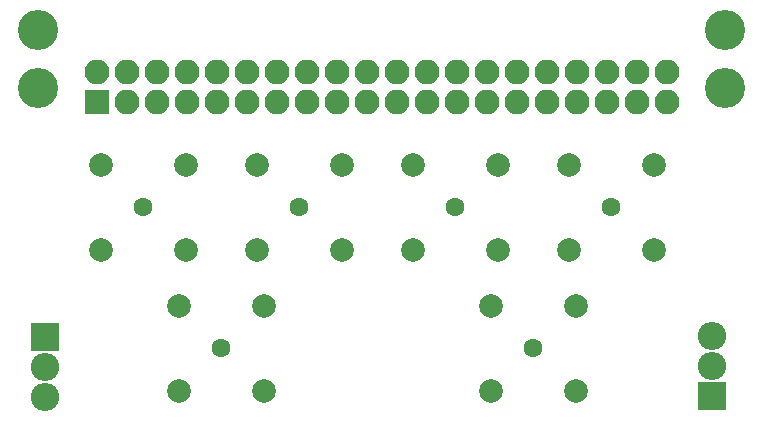
<source format=gbr>
G04 #@! TF.FileFunction,Soldermask,Bot*
%FSLAX46Y46*%
G04 Gerber Fmt 4.6, Leading zero omitted, Abs format (unit mm)*
G04 Created by KiCad (PCBNEW 4.0.7) date Wednesday, 28. February 2018 'u13' 15:13:27*
%MOMM*%
%LPD*%
G01*
G04 APERTURE LIST*
%ADD10C,0.100000*%
%ADD11C,1.600000*%
%ADD12C,2.000000*%
%ADD13R,2.100000X2.100000*%
%ADD14O,2.100000X2.100000*%
%ADD15O,2.398980X2.398980*%
%ADD16R,2.398980X2.398980*%
%ADD17C,3.400000*%
G04 APERTURE END LIST*
D10*
D11*
X141732000Y-82804000D03*
D12*
X138139898Y-79211898D03*
X145324102Y-79211898D03*
X138139898Y-86396102D03*
X145324102Y-86396102D03*
D13*
X111360000Y-73893680D03*
D14*
X111360000Y-71353680D03*
X113900000Y-73893680D03*
X113900000Y-71353680D03*
X116440000Y-73893680D03*
X116440000Y-71353680D03*
X118980000Y-73893680D03*
X118980000Y-71353680D03*
X121520000Y-73893680D03*
X121520000Y-71353680D03*
X124060000Y-73893680D03*
X124060000Y-71353680D03*
X126600000Y-73893680D03*
X126600000Y-71353680D03*
X129140000Y-73893680D03*
X129140000Y-71353680D03*
X131680000Y-73893680D03*
X131680000Y-71353680D03*
X134220000Y-73893680D03*
X134220000Y-71353680D03*
X136760000Y-73893680D03*
X136760000Y-71353680D03*
X139300000Y-73893680D03*
X139300000Y-71353680D03*
X141840000Y-73893680D03*
X141840000Y-71353680D03*
X144380000Y-73893680D03*
X144380000Y-71353680D03*
X146920000Y-73893680D03*
X146920000Y-71353680D03*
X149460000Y-73893680D03*
X149460000Y-71353680D03*
X152000000Y-73893680D03*
X152000000Y-71353680D03*
X154540000Y-73893680D03*
X154540000Y-71353680D03*
X157080000Y-73893680D03*
X157080000Y-71353680D03*
X159620000Y-73893680D03*
X159620000Y-71353680D03*
D11*
X115316000Y-82804000D03*
D12*
X111723898Y-79211898D03*
X118908102Y-79211898D03*
X111723898Y-86396102D03*
X118908102Y-86396102D03*
D11*
X128524000Y-82804000D03*
D12*
X124931898Y-79211898D03*
X132116102Y-79211898D03*
X124931898Y-86396102D03*
X132116102Y-86396102D03*
D11*
X121920000Y-94742000D03*
D12*
X118327898Y-91149898D03*
X125512102Y-91149898D03*
X118327898Y-98334102D03*
X125512102Y-98334102D03*
D11*
X154940000Y-82804000D03*
D12*
X151347898Y-79211898D03*
X158532102Y-79211898D03*
X151347898Y-86396102D03*
X158532102Y-86396102D03*
D11*
X148336000Y-94742000D03*
D12*
X144743898Y-91149898D03*
X151928102Y-91149898D03*
X144743898Y-98334102D03*
X151928102Y-98334102D03*
D15*
X163500000Y-93720000D03*
D16*
X163500000Y-98800000D03*
D15*
X163500000Y-96260000D03*
X107010000Y-98850000D03*
D16*
X107010000Y-93770000D03*
D15*
X107010000Y-96310000D03*
D17*
X164592000Y-72739000D03*
X164592000Y-67818000D03*
X106426000Y-72739000D03*
X106426000Y-67818000D03*
M02*

</source>
